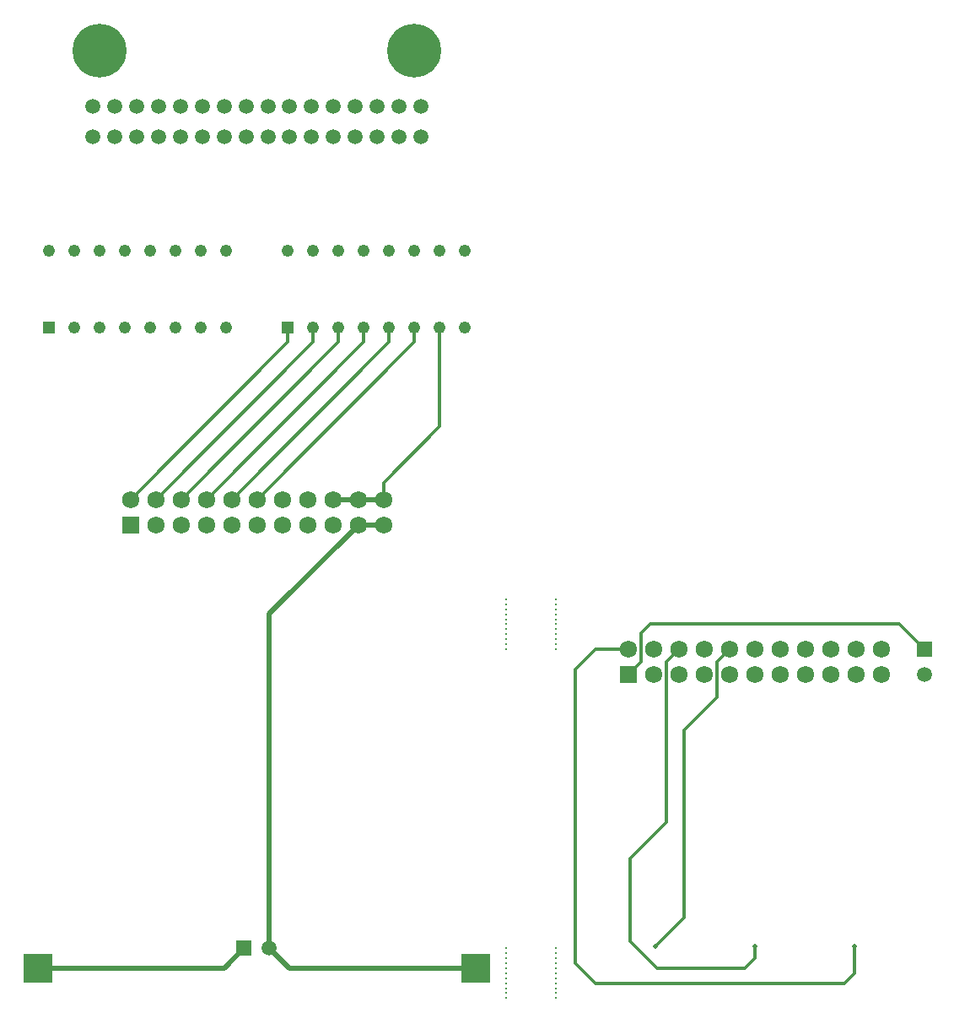
<source format=gbl>
G04*
G04 #@! TF.GenerationSoftware,Altium Limited,Altium Designer,24.1.2 (44)*
G04*
G04 Layer_Physical_Order=2*
G04 Layer_Color=16711680*
%FSLAX25Y25*%
%MOIN*%
G70*
G04*
G04 #@! TF.SameCoordinates,470A4D24-D506-40DE-B28D-38AA9C1F057A*
G04*
G04*
G04 #@! TF.FilePolarity,Positive*
G04*
G01*
G75*
%ADD24C,0.01181*%
%ADD25C,0.01968*%
%ADD26C,0.01181*%
%ADD27R,0.06791X0.06791*%
%ADD28C,0.06791*%
%ADD29R,0.11811X0.11811*%
%ADD30R,0.05906X0.05906*%
%ADD31C,0.05906*%
%ADD32R,0.04842X0.04842*%
%ADD33C,0.04842*%
%ADD34C,0.21260*%
%ADD35R,0.05906X0.05906*%
%ADD36C,0.01968*%
D24*
X196850Y157480D02*
D03*
Y155512D02*
D03*
Y153543D02*
D03*
Y151575D02*
D03*
Y149606D02*
D03*
Y147638D02*
D03*
Y145669D02*
D03*
Y143701D02*
D03*
Y141732D02*
D03*
Y139764D02*
D03*
Y137795D02*
D03*
X216535D02*
D03*
Y139764D02*
D03*
Y141732D02*
D03*
Y143701D02*
D03*
Y145669D02*
D03*
D03*
Y147638D02*
D03*
Y149606D02*
D03*
Y151575D02*
D03*
Y153543D02*
D03*
Y155512D02*
D03*
Y157480D02*
D03*
Y1969D02*
D03*
Y0D02*
D03*
Y3937D02*
D03*
Y5906D02*
D03*
Y7874D02*
D03*
Y9843D02*
D03*
Y11811D02*
D03*
Y13780D02*
D03*
Y15748D02*
D03*
Y17717D02*
D03*
Y19685D02*
D03*
X196850D02*
D03*
Y17717D02*
D03*
Y15748D02*
D03*
Y13780D02*
D03*
Y11811D02*
D03*
Y9843D02*
D03*
Y7874D02*
D03*
Y5906D02*
D03*
Y1969D02*
D03*
Y3937D02*
D03*
Y0D02*
D03*
D25*
X103307Y151732D02*
X138425Y186850D01*
X103307Y19685D02*
Y151732D01*
X138425Y186850D02*
X148425D01*
X138425Y196850D02*
X148425D01*
X128425D02*
X138425D01*
X111181Y11811D02*
X185039D01*
X103307Y19685D02*
X111181Y11811D01*
X85433D02*
X93307Y19685D01*
X11811Y11811D02*
X85433D01*
D26*
X98425Y196850D02*
X160627Y259053D01*
Y264722D01*
X88425Y196850D02*
X150669Y259095D01*
Y264764D01*
X78425Y196850D02*
X140669Y259095D01*
Y264764D01*
X68425Y196850D02*
X130669Y259095D01*
Y264764D01*
X58425Y196850D02*
X120669Y259095D01*
Y264764D01*
X170669Y225787D02*
Y264764D01*
X148425Y196850D02*
Y203543D01*
X170669Y225787D01*
X110669Y259095D02*
Y264764D01*
X48425Y196850D02*
X110669Y259095D01*
X160627Y264722D02*
X160669Y264764D01*
X253937Y147638D02*
X352362D01*
X250289Y132809D02*
Y143990D01*
X253937Y147638D01*
X245276Y127795D02*
X250289Y132809D01*
X352362Y147638D02*
X362205Y137795D01*
X280262Y132782D02*
X285276Y137795D01*
X280262Y118890D02*
Y132782D01*
X267285Y105913D02*
X280262Y118890D01*
X260289Y132809D02*
X265276Y137795D01*
X260289Y69345D02*
Y132809D01*
X246063Y55118D02*
X260289Y69345D01*
X232283Y137795D02*
X245276D01*
X224410Y13780D02*
Y129921D01*
X232283Y137795D01*
X224410Y13780D02*
X232283Y5906D01*
X330709D01*
X334646Y9843D01*
X246063Y22345D02*
X256597Y11811D01*
X291339D02*
X295276Y15748D01*
X256597Y11811D02*
X291339D01*
X246063Y22345D02*
Y55118D01*
X255906Y20472D02*
X267285Y31852D01*
Y105913D01*
X295276Y15748D02*
Y20472D01*
X334646Y9843D02*
Y20472D01*
D27*
X245276Y127795D02*
D03*
X48425Y186850D02*
D03*
D28*
X255276Y127795D02*
D03*
X265276D02*
D03*
X275276D02*
D03*
X285276D02*
D03*
X295276D02*
D03*
X305276D02*
D03*
X315276D02*
D03*
X325276D02*
D03*
X335276D02*
D03*
X345276D02*
D03*
X245276Y137795D02*
D03*
X255276D02*
D03*
X265276D02*
D03*
X275276D02*
D03*
X285276D02*
D03*
X295276D02*
D03*
X305276D02*
D03*
X315276D02*
D03*
X325276D02*
D03*
X335276D02*
D03*
X345276D02*
D03*
X58425Y186850D02*
D03*
X68425D02*
D03*
X78425D02*
D03*
X88425D02*
D03*
X98425D02*
D03*
X108425D02*
D03*
X118425D02*
D03*
X128425D02*
D03*
X138425D02*
D03*
X148425D02*
D03*
X48425Y196850D02*
D03*
X58425D02*
D03*
X68425D02*
D03*
X78425D02*
D03*
X88425D02*
D03*
X98425D02*
D03*
X108425D02*
D03*
X118425D02*
D03*
X128425D02*
D03*
X138425D02*
D03*
X148425D02*
D03*
D29*
X185039Y11811D02*
D03*
X11811D02*
D03*
D30*
X93307Y19685D02*
D03*
D31*
X103307D02*
D03*
X163386Y351969D02*
D03*
X154724D02*
D03*
X146063D02*
D03*
X137402D02*
D03*
X128740D02*
D03*
X120079D02*
D03*
X111417D02*
D03*
X102756D02*
D03*
X94095D02*
D03*
X85433D02*
D03*
X76772D02*
D03*
X68110D02*
D03*
X59449D02*
D03*
X50787D02*
D03*
X42126D02*
D03*
X33465D02*
D03*
X163386Y340158D02*
D03*
X154724D02*
D03*
X146063D02*
D03*
X137402D02*
D03*
X128740D02*
D03*
X120079D02*
D03*
X111417D02*
D03*
X102756D02*
D03*
X94095D02*
D03*
X85433D02*
D03*
X76772D02*
D03*
X68110D02*
D03*
X59449D02*
D03*
X50787D02*
D03*
X42126D02*
D03*
X33465D02*
D03*
X362205Y127795D02*
D03*
D32*
X16181Y264764D02*
D03*
X110669D02*
D03*
D33*
X26181D02*
D03*
X36181D02*
D03*
X46181D02*
D03*
X56181D02*
D03*
X66181D02*
D03*
X76181D02*
D03*
X86181D02*
D03*
Y295276D02*
D03*
X76181D02*
D03*
X66181D02*
D03*
X56181D02*
D03*
X46181D02*
D03*
X36181D02*
D03*
X26181D02*
D03*
X16181D02*
D03*
X120669Y264764D02*
D03*
X130669D02*
D03*
X140669D02*
D03*
X150669D02*
D03*
X160669D02*
D03*
X170669D02*
D03*
X180669D02*
D03*
Y295276D02*
D03*
X170669D02*
D03*
X160669D02*
D03*
X150669D02*
D03*
X140669D02*
D03*
X130669D02*
D03*
X120669D02*
D03*
X110669D02*
D03*
D34*
X160630Y374016D02*
D03*
X36220D02*
D03*
D35*
X362205Y137795D02*
D03*
D36*
X255906Y20472D02*
D03*
X295276D02*
D03*
X334646D02*
D03*
M02*

</source>
